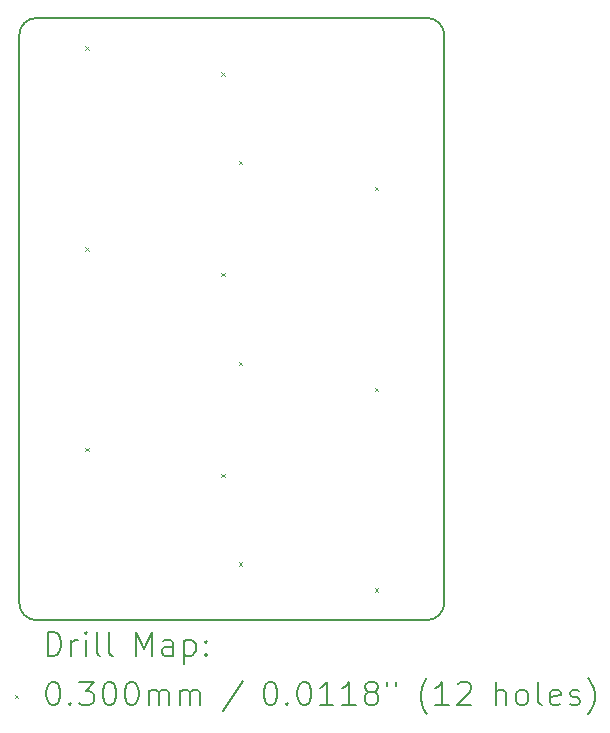
<source format=gbr>
%TF.GenerationSoftware,KiCad,Pcbnew,(7.0.0-0)*%
%TF.CreationDate,2023-06-15T11:55:32+08:00*%
%TF.ProjectId,thumb,7468756d-622e-46b6-9963-61645f706362,v1.0.0*%
%TF.SameCoordinates,Original*%
%TF.FileFunction,Drillmap*%
%TF.FilePolarity,Positive*%
%FSLAX45Y45*%
G04 Gerber Fmt 4.5, Leading zero omitted, Abs format (unit mm)*
G04 Created by KiCad (PCBNEW (7.0.0-0)) date 2023-06-15 11:55:32*
%MOMM*%
%LPD*%
G01*
G04 APERTURE LIST*
%ADD10C,0.150000*%
%ADD11C,0.200000*%
%ADD12C,0.030000*%
G04 APERTURE END LIST*
D10*
X-750000Y-850000D02*
X2550000Y-850000D01*
X-900000Y-700000D02*
X-900000Y4100000D01*
X-750000Y4250000D02*
X2550000Y4250000D01*
X2700000Y-700000D02*
X2700000Y4100000D01*
X2550000Y-850000D02*
G75*
G03*
X2700000Y-700000I0J150000D01*
G01*
X2700000Y4100000D02*
G75*
G03*
X2550000Y4250000I-150000J0D01*
G01*
X-750000Y4250000D02*
G75*
G03*
X-900000Y4100000I0J-150000D01*
G01*
X-900000Y-700000D02*
G75*
G03*
X-750000Y-850000I150000J0D01*
G01*
D11*
D12*
X-342500Y4010000D02*
X-312500Y3980000D01*
X-312500Y4010000D02*
X-342500Y3980000D01*
X-342500Y2310000D02*
X-312500Y2280000D01*
X-312500Y2310000D02*
X-342500Y2280000D01*
X-342500Y610000D02*
X-312500Y580000D01*
X-312500Y610000D02*
X-342500Y580000D01*
X812500Y3790000D02*
X842500Y3760000D01*
X842500Y3790000D02*
X812500Y3760000D01*
X812500Y2090000D02*
X842500Y2060000D01*
X842500Y2090000D02*
X812500Y2060000D01*
X812500Y390000D02*
X842500Y360000D01*
X842500Y390000D02*
X812500Y360000D01*
X957500Y3040000D02*
X987500Y3010000D01*
X987500Y3040000D02*
X957500Y3010000D01*
X957500Y1340000D02*
X987500Y1310000D01*
X987500Y1340000D02*
X957500Y1310000D01*
X957500Y-360000D02*
X987500Y-390000D01*
X987500Y-360000D02*
X957500Y-390000D01*
X2112500Y2820000D02*
X2142500Y2790000D01*
X2142500Y2820000D02*
X2112500Y2790000D01*
X2112500Y1120000D02*
X2142500Y1090000D01*
X2142500Y1120000D02*
X2112500Y1090000D01*
X2112500Y-580000D02*
X2142500Y-610000D01*
X2142500Y-580000D02*
X2112500Y-610000D01*
D11*
X-659881Y-1150976D02*
X-659881Y-950976D01*
X-659881Y-950976D02*
X-612262Y-950976D01*
X-612262Y-950976D02*
X-583690Y-960500D01*
X-583690Y-960500D02*
X-564643Y-979548D01*
X-564643Y-979548D02*
X-555119Y-998595D01*
X-555119Y-998595D02*
X-545595Y-1036690D01*
X-545595Y-1036690D02*
X-545595Y-1065262D01*
X-545595Y-1065262D02*
X-555119Y-1103357D01*
X-555119Y-1103357D02*
X-564643Y-1122405D01*
X-564643Y-1122405D02*
X-583690Y-1141452D01*
X-583690Y-1141452D02*
X-612262Y-1150976D01*
X-612262Y-1150976D02*
X-659881Y-1150976D01*
X-459881Y-1150976D02*
X-459881Y-1017643D01*
X-459881Y-1055738D02*
X-450357Y-1036690D01*
X-450357Y-1036690D02*
X-440833Y-1027167D01*
X-440833Y-1027167D02*
X-421786Y-1017643D01*
X-421786Y-1017643D02*
X-402738Y-1017643D01*
X-336071Y-1150976D02*
X-336071Y-1017643D01*
X-336071Y-950976D02*
X-345595Y-960500D01*
X-345595Y-960500D02*
X-336071Y-970024D01*
X-336071Y-970024D02*
X-326548Y-960500D01*
X-326548Y-960500D02*
X-336071Y-950976D01*
X-336071Y-950976D02*
X-336071Y-970024D01*
X-212262Y-1150976D02*
X-231309Y-1141452D01*
X-231309Y-1141452D02*
X-240833Y-1122405D01*
X-240833Y-1122405D02*
X-240833Y-950976D01*
X-107500Y-1150976D02*
X-126548Y-1141452D01*
X-126548Y-1141452D02*
X-136071Y-1122405D01*
X-136071Y-1122405D02*
X-136071Y-950976D01*
X88690Y-1150976D02*
X88690Y-950976D01*
X88690Y-950976D02*
X155357Y-1093833D01*
X155357Y-1093833D02*
X222024Y-950976D01*
X222024Y-950976D02*
X222024Y-1150976D01*
X402976Y-1150976D02*
X402976Y-1046214D01*
X402976Y-1046214D02*
X393452Y-1027167D01*
X393452Y-1027167D02*
X374405Y-1017643D01*
X374405Y-1017643D02*
X336309Y-1017643D01*
X336309Y-1017643D02*
X317262Y-1027167D01*
X402976Y-1141452D02*
X383928Y-1150976D01*
X383928Y-1150976D02*
X336309Y-1150976D01*
X336309Y-1150976D02*
X317262Y-1141452D01*
X317262Y-1141452D02*
X307738Y-1122405D01*
X307738Y-1122405D02*
X307738Y-1103357D01*
X307738Y-1103357D02*
X317262Y-1084310D01*
X317262Y-1084310D02*
X336309Y-1074786D01*
X336309Y-1074786D02*
X383928Y-1074786D01*
X383928Y-1074786D02*
X402976Y-1065262D01*
X498214Y-1017643D02*
X498214Y-1217643D01*
X498214Y-1027167D02*
X517262Y-1017643D01*
X517262Y-1017643D02*
X555357Y-1017643D01*
X555357Y-1017643D02*
X574405Y-1027167D01*
X574405Y-1027167D02*
X583929Y-1036690D01*
X583929Y-1036690D02*
X593452Y-1055738D01*
X593452Y-1055738D02*
X593452Y-1112881D01*
X593452Y-1112881D02*
X583929Y-1131929D01*
X583929Y-1131929D02*
X574405Y-1141452D01*
X574405Y-1141452D02*
X555357Y-1150976D01*
X555357Y-1150976D02*
X517262Y-1150976D01*
X517262Y-1150976D02*
X498214Y-1141452D01*
X679167Y-1131929D02*
X688690Y-1141452D01*
X688690Y-1141452D02*
X679167Y-1150976D01*
X679167Y-1150976D02*
X669643Y-1141452D01*
X669643Y-1141452D02*
X679167Y-1131929D01*
X679167Y-1131929D02*
X679167Y-1150976D01*
X679167Y-1027167D02*
X688690Y-1036690D01*
X688690Y-1036690D02*
X679167Y-1046214D01*
X679167Y-1046214D02*
X669643Y-1036690D01*
X669643Y-1036690D02*
X679167Y-1027167D01*
X679167Y-1027167D02*
X679167Y-1046214D01*
D12*
X-937500Y-1482500D02*
X-907500Y-1512500D01*
X-907500Y-1482500D02*
X-937500Y-1512500D01*
D11*
X-621786Y-1370976D02*
X-602738Y-1370976D01*
X-602738Y-1370976D02*
X-583690Y-1380500D01*
X-583690Y-1380500D02*
X-574167Y-1390024D01*
X-574167Y-1390024D02*
X-564643Y-1409071D01*
X-564643Y-1409071D02*
X-555119Y-1447167D01*
X-555119Y-1447167D02*
X-555119Y-1494786D01*
X-555119Y-1494786D02*
X-564643Y-1532881D01*
X-564643Y-1532881D02*
X-574167Y-1551928D01*
X-574167Y-1551928D02*
X-583690Y-1561452D01*
X-583690Y-1561452D02*
X-602738Y-1570976D01*
X-602738Y-1570976D02*
X-621786Y-1570976D01*
X-621786Y-1570976D02*
X-640833Y-1561452D01*
X-640833Y-1561452D02*
X-650357Y-1551928D01*
X-650357Y-1551928D02*
X-659881Y-1532881D01*
X-659881Y-1532881D02*
X-669405Y-1494786D01*
X-669405Y-1494786D02*
X-669405Y-1447167D01*
X-669405Y-1447167D02*
X-659881Y-1409071D01*
X-659881Y-1409071D02*
X-650357Y-1390024D01*
X-650357Y-1390024D02*
X-640833Y-1380500D01*
X-640833Y-1380500D02*
X-621786Y-1370976D01*
X-469405Y-1551928D02*
X-459881Y-1561452D01*
X-459881Y-1561452D02*
X-469405Y-1570976D01*
X-469405Y-1570976D02*
X-478928Y-1561452D01*
X-478928Y-1561452D02*
X-469405Y-1551928D01*
X-469405Y-1551928D02*
X-469405Y-1570976D01*
X-393214Y-1370976D02*
X-269405Y-1370976D01*
X-269405Y-1370976D02*
X-336071Y-1447167D01*
X-336071Y-1447167D02*
X-307500Y-1447167D01*
X-307500Y-1447167D02*
X-288452Y-1456690D01*
X-288452Y-1456690D02*
X-278929Y-1466214D01*
X-278929Y-1466214D02*
X-269405Y-1485262D01*
X-269405Y-1485262D02*
X-269405Y-1532881D01*
X-269405Y-1532881D02*
X-278929Y-1551928D01*
X-278929Y-1551928D02*
X-288452Y-1561452D01*
X-288452Y-1561452D02*
X-307500Y-1570976D01*
X-307500Y-1570976D02*
X-364643Y-1570976D01*
X-364643Y-1570976D02*
X-383690Y-1561452D01*
X-383690Y-1561452D02*
X-393214Y-1551928D01*
X-145595Y-1370976D02*
X-126547Y-1370976D01*
X-126547Y-1370976D02*
X-107500Y-1380500D01*
X-107500Y-1380500D02*
X-97976Y-1390024D01*
X-97976Y-1390024D02*
X-88452Y-1409071D01*
X-88452Y-1409071D02*
X-78929Y-1447167D01*
X-78929Y-1447167D02*
X-78929Y-1494786D01*
X-78929Y-1494786D02*
X-88452Y-1532881D01*
X-88452Y-1532881D02*
X-97976Y-1551928D01*
X-97976Y-1551928D02*
X-107500Y-1561452D01*
X-107500Y-1561452D02*
X-126547Y-1570976D01*
X-126547Y-1570976D02*
X-145595Y-1570976D01*
X-145595Y-1570976D02*
X-164643Y-1561452D01*
X-164643Y-1561452D02*
X-174167Y-1551928D01*
X-174167Y-1551928D02*
X-183690Y-1532881D01*
X-183690Y-1532881D02*
X-193214Y-1494786D01*
X-193214Y-1494786D02*
X-193214Y-1447167D01*
X-193214Y-1447167D02*
X-183690Y-1409071D01*
X-183690Y-1409071D02*
X-174167Y-1390024D01*
X-174167Y-1390024D02*
X-164643Y-1380500D01*
X-164643Y-1380500D02*
X-145595Y-1370976D01*
X44881Y-1370976D02*
X63929Y-1370976D01*
X63929Y-1370976D02*
X82976Y-1380500D01*
X82976Y-1380500D02*
X92500Y-1390024D01*
X92500Y-1390024D02*
X102024Y-1409071D01*
X102024Y-1409071D02*
X111548Y-1447167D01*
X111548Y-1447167D02*
X111548Y-1494786D01*
X111548Y-1494786D02*
X102024Y-1532881D01*
X102024Y-1532881D02*
X92500Y-1551928D01*
X92500Y-1551928D02*
X82976Y-1561452D01*
X82976Y-1561452D02*
X63929Y-1570976D01*
X63929Y-1570976D02*
X44881Y-1570976D01*
X44881Y-1570976D02*
X25833Y-1561452D01*
X25833Y-1561452D02*
X16309Y-1551928D01*
X16309Y-1551928D02*
X6786Y-1532881D01*
X6786Y-1532881D02*
X-2738Y-1494786D01*
X-2738Y-1494786D02*
X-2738Y-1447167D01*
X-2738Y-1447167D02*
X6786Y-1409071D01*
X6786Y-1409071D02*
X16309Y-1390024D01*
X16309Y-1390024D02*
X25833Y-1380500D01*
X25833Y-1380500D02*
X44881Y-1370976D01*
X197262Y-1570976D02*
X197262Y-1437643D01*
X197262Y-1456690D02*
X206786Y-1447167D01*
X206786Y-1447167D02*
X225833Y-1437643D01*
X225833Y-1437643D02*
X254405Y-1437643D01*
X254405Y-1437643D02*
X273452Y-1447167D01*
X273452Y-1447167D02*
X282976Y-1466214D01*
X282976Y-1466214D02*
X282976Y-1570976D01*
X282976Y-1466214D02*
X292500Y-1447167D01*
X292500Y-1447167D02*
X311548Y-1437643D01*
X311548Y-1437643D02*
X340119Y-1437643D01*
X340119Y-1437643D02*
X359167Y-1447167D01*
X359167Y-1447167D02*
X368690Y-1466214D01*
X368690Y-1466214D02*
X368690Y-1570976D01*
X463929Y-1570976D02*
X463929Y-1437643D01*
X463929Y-1456690D02*
X473452Y-1447167D01*
X473452Y-1447167D02*
X492500Y-1437643D01*
X492500Y-1437643D02*
X521071Y-1437643D01*
X521071Y-1437643D02*
X540119Y-1447167D01*
X540119Y-1447167D02*
X549643Y-1466214D01*
X549643Y-1466214D02*
X549643Y-1570976D01*
X549643Y-1466214D02*
X559167Y-1447167D01*
X559167Y-1447167D02*
X578214Y-1437643D01*
X578214Y-1437643D02*
X606786Y-1437643D01*
X606786Y-1437643D02*
X625833Y-1447167D01*
X625833Y-1447167D02*
X635357Y-1466214D01*
X635357Y-1466214D02*
X635357Y-1570976D01*
X993452Y-1361452D02*
X822024Y-1618595D01*
X1218214Y-1370976D02*
X1237262Y-1370976D01*
X1237262Y-1370976D02*
X1256310Y-1380500D01*
X1256310Y-1380500D02*
X1265833Y-1390024D01*
X1265833Y-1390024D02*
X1275357Y-1409071D01*
X1275357Y-1409071D02*
X1284881Y-1447167D01*
X1284881Y-1447167D02*
X1284881Y-1494786D01*
X1284881Y-1494786D02*
X1275357Y-1532881D01*
X1275357Y-1532881D02*
X1265833Y-1551928D01*
X1265833Y-1551928D02*
X1256310Y-1561452D01*
X1256310Y-1561452D02*
X1237262Y-1570976D01*
X1237262Y-1570976D02*
X1218214Y-1570976D01*
X1218214Y-1570976D02*
X1199167Y-1561452D01*
X1199167Y-1561452D02*
X1189643Y-1551928D01*
X1189643Y-1551928D02*
X1180119Y-1532881D01*
X1180119Y-1532881D02*
X1170595Y-1494786D01*
X1170595Y-1494786D02*
X1170595Y-1447167D01*
X1170595Y-1447167D02*
X1180119Y-1409071D01*
X1180119Y-1409071D02*
X1189643Y-1390024D01*
X1189643Y-1390024D02*
X1199167Y-1380500D01*
X1199167Y-1380500D02*
X1218214Y-1370976D01*
X1370595Y-1551928D02*
X1380119Y-1561452D01*
X1380119Y-1561452D02*
X1370595Y-1570976D01*
X1370595Y-1570976D02*
X1361072Y-1561452D01*
X1361072Y-1561452D02*
X1370595Y-1551928D01*
X1370595Y-1551928D02*
X1370595Y-1570976D01*
X1503929Y-1370976D02*
X1522976Y-1370976D01*
X1522976Y-1370976D02*
X1542024Y-1380500D01*
X1542024Y-1380500D02*
X1551548Y-1390024D01*
X1551548Y-1390024D02*
X1561071Y-1409071D01*
X1561071Y-1409071D02*
X1570595Y-1447167D01*
X1570595Y-1447167D02*
X1570595Y-1494786D01*
X1570595Y-1494786D02*
X1561071Y-1532881D01*
X1561071Y-1532881D02*
X1551548Y-1551928D01*
X1551548Y-1551928D02*
X1542024Y-1561452D01*
X1542024Y-1561452D02*
X1522976Y-1570976D01*
X1522976Y-1570976D02*
X1503929Y-1570976D01*
X1503929Y-1570976D02*
X1484881Y-1561452D01*
X1484881Y-1561452D02*
X1475357Y-1551928D01*
X1475357Y-1551928D02*
X1465833Y-1532881D01*
X1465833Y-1532881D02*
X1456310Y-1494786D01*
X1456310Y-1494786D02*
X1456310Y-1447167D01*
X1456310Y-1447167D02*
X1465833Y-1409071D01*
X1465833Y-1409071D02*
X1475357Y-1390024D01*
X1475357Y-1390024D02*
X1484881Y-1380500D01*
X1484881Y-1380500D02*
X1503929Y-1370976D01*
X1761071Y-1570976D02*
X1646786Y-1570976D01*
X1703929Y-1570976D02*
X1703929Y-1370976D01*
X1703929Y-1370976D02*
X1684881Y-1399548D01*
X1684881Y-1399548D02*
X1665833Y-1418595D01*
X1665833Y-1418595D02*
X1646786Y-1428119D01*
X1951548Y-1570976D02*
X1837262Y-1570976D01*
X1894405Y-1570976D02*
X1894405Y-1370976D01*
X1894405Y-1370976D02*
X1875357Y-1399548D01*
X1875357Y-1399548D02*
X1856310Y-1418595D01*
X1856310Y-1418595D02*
X1837262Y-1428119D01*
X2065833Y-1456690D02*
X2046786Y-1447167D01*
X2046786Y-1447167D02*
X2037262Y-1437643D01*
X2037262Y-1437643D02*
X2027738Y-1418595D01*
X2027738Y-1418595D02*
X2027738Y-1409071D01*
X2027738Y-1409071D02*
X2037262Y-1390024D01*
X2037262Y-1390024D02*
X2046786Y-1380500D01*
X2046786Y-1380500D02*
X2065833Y-1370976D01*
X2065833Y-1370976D02*
X2103929Y-1370976D01*
X2103929Y-1370976D02*
X2122976Y-1380500D01*
X2122976Y-1380500D02*
X2132500Y-1390024D01*
X2132500Y-1390024D02*
X2142024Y-1409071D01*
X2142024Y-1409071D02*
X2142024Y-1418595D01*
X2142024Y-1418595D02*
X2132500Y-1437643D01*
X2132500Y-1437643D02*
X2122976Y-1447167D01*
X2122976Y-1447167D02*
X2103929Y-1456690D01*
X2103929Y-1456690D02*
X2065833Y-1456690D01*
X2065833Y-1456690D02*
X2046786Y-1466214D01*
X2046786Y-1466214D02*
X2037262Y-1475738D01*
X2037262Y-1475738D02*
X2027738Y-1494786D01*
X2027738Y-1494786D02*
X2027738Y-1532881D01*
X2027738Y-1532881D02*
X2037262Y-1551928D01*
X2037262Y-1551928D02*
X2046786Y-1561452D01*
X2046786Y-1561452D02*
X2065833Y-1570976D01*
X2065833Y-1570976D02*
X2103929Y-1570976D01*
X2103929Y-1570976D02*
X2122976Y-1561452D01*
X2122976Y-1561452D02*
X2132500Y-1551928D01*
X2132500Y-1551928D02*
X2142024Y-1532881D01*
X2142024Y-1532881D02*
X2142024Y-1494786D01*
X2142024Y-1494786D02*
X2132500Y-1475738D01*
X2132500Y-1475738D02*
X2122976Y-1466214D01*
X2122976Y-1466214D02*
X2103929Y-1456690D01*
X2218214Y-1370976D02*
X2218214Y-1409071D01*
X2294405Y-1370976D02*
X2294405Y-1409071D01*
X2557262Y-1647167D02*
X2547738Y-1637643D01*
X2547738Y-1637643D02*
X2528691Y-1609071D01*
X2528691Y-1609071D02*
X2519167Y-1590024D01*
X2519167Y-1590024D02*
X2509643Y-1561452D01*
X2509643Y-1561452D02*
X2500119Y-1513833D01*
X2500119Y-1513833D02*
X2500119Y-1475738D01*
X2500119Y-1475738D02*
X2509643Y-1428119D01*
X2509643Y-1428119D02*
X2519167Y-1399548D01*
X2519167Y-1399548D02*
X2528691Y-1380500D01*
X2528691Y-1380500D02*
X2547738Y-1351929D01*
X2547738Y-1351929D02*
X2557262Y-1342405D01*
X2738214Y-1570976D02*
X2623929Y-1570976D01*
X2681072Y-1570976D02*
X2681072Y-1370976D01*
X2681072Y-1370976D02*
X2662024Y-1399548D01*
X2662024Y-1399548D02*
X2642976Y-1418595D01*
X2642976Y-1418595D02*
X2623929Y-1428119D01*
X2814405Y-1390024D02*
X2823929Y-1380500D01*
X2823929Y-1380500D02*
X2842976Y-1370976D01*
X2842976Y-1370976D02*
X2890595Y-1370976D01*
X2890595Y-1370976D02*
X2909643Y-1380500D01*
X2909643Y-1380500D02*
X2919167Y-1390024D01*
X2919167Y-1390024D02*
X2928691Y-1409071D01*
X2928691Y-1409071D02*
X2928691Y-1428119D01*
X2928691Y-1428119D02*
X2919167Y-1456690D01*
X2919167Y-1456690D02*
X2804881Y-1570976D01*
X2804881Y-1570976D02*
X2928691Y-1570976D01*
X3134405Y-1570976D02*
X3134405Y-1370976D01*
X3220119Y-1570976D02*
X3220119Y-1466214D01*
X3220119Y-1466214D02*
X3210595Y-1447167D01*
X3210595Y-1447167D02*
X3191548Y-1437643D01*
X3191548Y-1437643D02*
X3162976Y-1437643D01*
X3162976Y-1437643D02*
X3143929Y-1447167D01*
X3143929Y-1447167D02*
X3134405Y-1456690D01*
X3343929Y-1570976D02*
X3324881Y-1561452D01*
X3324881Y-1561452D02*
X3315357Y-1551928D01*
X3315357Y-1551928D02*
X3305833Y-1532881D01*
X3305833Y-1532881D02*
X3305833Y-1475738D01*
X3305833Y-1475738D02*
X3315357Y-1456690D01*
X3315357Y-1456690D02*
X3324881Y-1447167D01*
X3324881Y-1447167D02*
X3343929Y-1437643D01*
X3343929Y-1437643D02*
X3372500Y-1437643D01*
X3372500Y-1437643D02*
X3391548Y-1447167D01*
X3391548Y-1447167D02*
X3401072Y-1456690D01*
X3401072Y-1456690D02*
X3410595Y-1475738D01*
X3410595Y-1475738D02*
X3410595Y-1532881D01*
X3410595Y-1532881D02*
X3401072Y-1551928D01*
X3401072Y-1551928D02*
X3391548Y-1561452D01*
X3391548Y-1561452D02*
X3372500Y-1570976D01*
X3372500Y-1570976D02*
X3343929Y-1570976D01*
X3524881Y-1570976D02*
X3505833Y-1561452D01*
X3505833Y-1561452D02*
X3496310Y-1542405D01*
X3496310Y-1542405D02*
X3496310Y-1370976D01*
X3677262Y-1561452D02*
X3658214Y-1570976D01*
X3658214Y-1570976D02*
X3620119Y-1570976D01*
X3620119Y-1570976D02*
X3601072Y-1561452D01*
X3601072Y-1561452D02*
X3591548Y-1542405D01*
X3591548Y-1542405D02*
X3591548Y-1466214D01*
X3591548Y-1466214D02*
X3601072Y-1447167D01*
X3601072Y-1447167D02*
X3620119Y-1437643D01*
X3620119Y-1437643D02*
X3658214Y-1437643D01*
X3658214Y-1437643D02*
X3677262Y-1447167D01*
X3677262Y-1447167D02*
X3686786Y-1466214D01*
X3686786Y-1466214D02*
X3686786Y-1485262D01*
X3686786Y-1485262D02*
X3591548Y-1504309D01*
X3762976Y-1561452D02*
X3782024Y-1570976D01*
X3782024Y-1570976D02*
X3820119Y-1570976D01*
X3820119Y-1570976D02*
X3839167Y-1561452D01*
X3839167Y-1561452D02*
X3848691Y-1542405D01*
X3848691Y-1542405D02*
X3848691Y-1532881D01*
X3848691Y-1532881D02*
X3839167Y-1513833D01*
X3839167Y-1513833D02*
X3820119Y-1504309D01*
X3820119Y-1504309D02*
X3791548Y-1504309D01*
X3791548Y-1504309D02*
X3772500Y-1494786D01*
X3772500Y-1494786D02*
X3762976Y-1475738D01*
X3762976Y-1475738D02*
X3762976Y-1466214D01*
X3762976Y-1466214D02*
X3772500Y-1447167D01*
X3772500Y-1447167D02*
X3791548Y-1437643D01*
X3791548Y-1437643D02*
X3820119Y-1437643D01*
X3820119Y-1437643D02*
X3839167Y-1447167D01*
X3915357Y-1647167D02*
X3924881Y-1637643D01*
X3924881Y-1637643D02*
X3943929Y-1609071D01*
X3943929Y-1609071D02*
X3953453Y-1590024D01*
X3953453Y-1590024D02*
X3962976Y-1561452D01*
X3962976Y-1561452D02*
X3972500Y-1513833D01*
X3972500Y-1513833D02*
X3972500Y-1475738D01*
X3972500Y-1475738D02*
X3962976Y-1428119D01*
X3962976Y-1428119D02*
X3953453Y-1399548D01*
X3953453Y-1399548D02*
X3943929Y-1380500D01*
X3943929Y-1380500D02*
X3924881Y-1351929D01*
X3924881Y-1351929D02*
X3915357Y-1342405D01*
M02*

</source>
